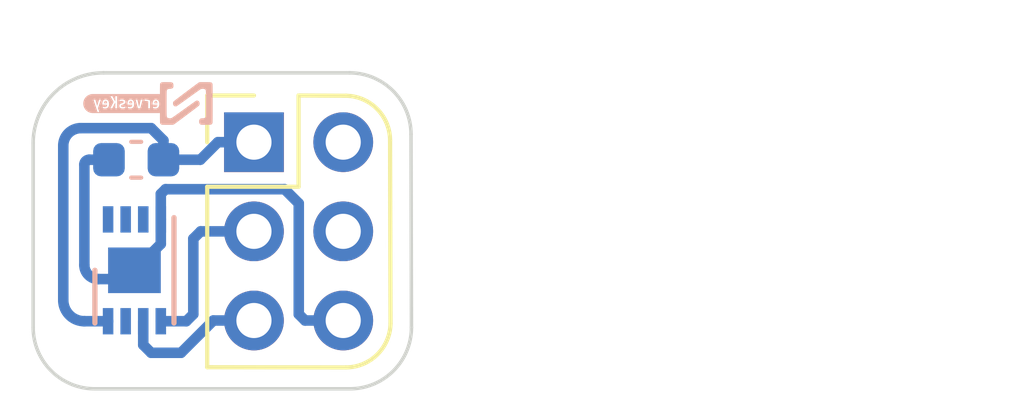
<source format=kicad_pcb>
(kicad_pcb (version 20221018) (generator pcbnew)
  (layers (0 "F.Cu" signal) (31 "B.Cu" signal) (34 "B.Paste" user) (35 "F.Paste" user) (36 "B.SilkS" user "B.Silkscreen") (37 "F.SilkS" user "F.Silkscreen") (38 "B.Mask" user) (39 "F.Mask" user) (44 "Edge.Cuts" user))
  (net 0 "")
  (net 1 "VCC")
  (net 2 "GND")
  (net 4 "/I2C_SDA")
  (net 6 "Net-(J1-SCL{slash}GPIO3)")
  (footprint "Connector_PinHeader_2.54mm:PinHeader_2x03_P2.54mm_Vertical" (layer "F.Cu") (at 68.58 38.1)
    (fp_text reference "J1" hide)
    (fp_text value "Raspberry_Pi_2_3" hide)
    (fp_line (start -1.33 -1.33) (end 0 -1.33) (stroke (width 0.12)) (layer "F.SilkS"))
    (fp_line (start -1.33 0) (end -1.33 -1.33) (stroke (width 0.12)) (layer "F.SilkS"))
    (fp_line (start -1.33 1.27) (end -1.33 6.41) (stroke (width 0.12)) (layer "F.SilkS"))
    (fp_line (start -1.33 1.27) (end 1.27 1.27) (stroke (width 0.12)) (layer "F.SilkS"))
    (fp_line (start -1.33 6.41) (end 2.613533 6.416051) (stroke (width 0.12)) (layer "F.SilkS"))
    (fp_line (start 1.27 -1.33) (end 2.619138 -1.322648) (stroke (width 0.12)) (layer "F.SilkS"))
    (fp_line (start 1.27 1.27) (end 1.27 -1.33) (stroke (width 0.12)) (layer "F.SilkS"))
    (fp_line (start 3.872792 -0.049999) (end 3.886182 5.162397) (stroke (width 0.12)) (layer "F.SilkS"))
    (fp_arc (start 2.619138 -1.322648) (mid 3.506741 -0.943207) (end 3.872792 -0.049999) (stroke (width 0.12)) (layer "F.SilkS"))
    (fp_arc (start 3.886182 5.162397) (mid 3.506742 6.050002) (end 2.613533 6.416051) (stroke (width 0.12)) (layer "F.SilkS"))
    (pad "1" thru_hole rect (at 0 0) (size 1.7 1.7) (drill 1) (layers "*.Cu" "*.Mask") (net 1 "VCC"))
    (pad "2" thru_hole oval (at 2.54 0) (size 1.7 1.7) (drill 1) (layers "*.Cu" "*.Mask"))
    (pad "3" thru_hole oval (at 0 2.54) (size 1.7 1.7) (drill 1) (layers "*.Cu" "*.Mask") (net 4 "/I2C_SDA"))
    (pad "4" thru_hole oval (at 2.54 2.54) (size 1.7 1.7) (drill 1) (layers "*.Cu" "*.Mask"))
    (pad "5" thru_hole oval (at 0 5.08) (size 1.7 1.7) (drill 1) (layers "*.Cu" "*.Mask") (net 6 "Net-(J1-SCL{slash}GPIO3)"))
    (pad "6" thru_hole oval (at 2.54 5.08) (size 1.7 1.7) (drill 1) (layers "*.Cu" "*.Mask") (net 2 "GND"))
  )
  (footprint "Package_DFN_QFN:DFN-8-1EP_3x2mm_P0.5mm_EP1.3x1.5mm" (layer "B.Cu") (at 65.18 41.75 -90)
    (fp_text reference "U1" hide)
    (fp_text value "ATECC608A-MAHDA-S" hide)
    (fp_line (start -1.5 -1.125) (end 1.5 -1.125) (stroke (width 0.15)) (layer "B.SilkS"))
    (fp_line (start 0 1.125) (end 1.5 1.125) (stroke (width 0.15)) (layer "B.SilkS"))
    (pad "1" smd rect (at -1.45 0.75 270) (size 0.75 0.3) (layers "B.Cu" "B.Paste" "B.Mask"))
    (pad "2" smd rect (at -1.45 0.25 270) (size 0.75 0.3) (layers "B.Cu" "B.Paste" "B.Mask"))
    (pad "3" smd rect (at -1.45 -0.25 270) (size 0.75 0.3) (layers "B.Cu" "B.Paste" "B.Mask"))
    (pad "4" smd rect (at -1.45 -0.75 270) (size 0.75 0.3) (layers "B.Cu" "B.Paste" "B.Mask") (net 2 "GND"))
    (pad "5" smd rect (at 1.45 -0.75 270) (size 0.75 0.3) (layers "B.Cu" "B.Paste" "B.Mask") (net 4 "/I2C_SDA"))
    (pad "6" smd rect (at 1.45 -0.25 270) (size 0.75 0.3) (layers "B.Cu" "B.Paste" "B.Mask") (net 6 "Net-(J1-SCL{slash}GPIO3)"))
    (pad "7" smd rect (at 1.45 0.25 270) (size 0.75 0.3) (layers "B.Cu" "B.Paste" "B.Mask"))
    (pad "8" smd rect (at 1.45 0.75 270) (size 0.75 0.3) (layers "B.Cu" "B.Paste" "B.Mask") (net 1 "VCC"))
    (pad "9" smd rect (at 0 0 270) (size 1.3 1.5) (layers "B.Cu" "B.Mask") (net 2 "GND"))
  )
  (footprint "kibuzzard-64A6D6EE" (layer "B.Cu") (at 64.815 37 180)
    (fp_text reference "kibuzzard-64A6D6EE" hide)
    (fp_text value "G***" hide)
    (fp_poly (pts (xy -1.016496 0.006548) (xy -0.931724 0.006548) (xy -0.934581 0.039945) (xy -0.942201 0.062032) (xy -0.972205 0.078462) (xy -0.990898 0.074533) (xy -1.004114 0.062746) (xy -1.012448 0.040838) (xy -1.016496 0.006548)) (fill solid) (layer "B.SilkS"))
    (fp_poly (pts (xy -0.302121 0.006548) (xy -0.217349 0.006548) (xy -0.220206 0.039945) (xy -0.227826 0.062032) (xy -0.25783 0.078462) (xy -0.276523 0.074533) (xy -0.289739 0.062746) (xy -0.298073 0.040838) (xy -0.302121 0.006548)) (fill solid) (layer "B.SilkS"))
    (fp_poly (pts (xy 0.412254 0.006548) (xy 0.497026 0.006548) (xy 0.494169 0.039945) (xy 0.486549 0.062032) (xy 0.456545 0.078462) (xy 0.437852 0.074533) (xy 0.424636 0.062746) (xy 0.416302 0.040838) (xy 0.412254 0.006548)) (fill solid) (layer "B.SilkS"))
    (fp_poly (pts (xy -1.070789 0.270867) (xy -1.090632 0.270867) (xy -1.090632 -0.270867) (xy -1.070789 -0.270867) (xy -0.961251 -0.270867) (xy -0.961251 -0.141089) (xy -0.990312 -0.138465) (xy -1.014902 -0.130592) (xy -1.035021 -0.117471) (xy -1.050669 -0.099101) (xy -1.061847 -0.075483) (xy -1.068553 -0.046617) (xy -1.070789 -0.012502) (xy -1.06801 0.026789) (xy -1.059676 0.058936) (xy -1.045785 0.083939) (xy -1.026339 0.101798) (xy -1.001335 0.112514) (xy -0.970776 0.116086) (xy -0.942889 0.112726) (xy -0.920188 0.102645) (xy -0.902672 0.085844) (xy -0.890237 0.061582) (xy -0.882776 0.029117) (xy -0.880289 -0.011549) (xy -0.881241 -0.030599) (xy -1.016496 -0.030599) (xy -1.01096 -0.063996) (xy -0.999113 -0.086082) (xy -0.980599 -0.098405) (xy -0.95506 -0.102513) (xy -0.92577 -0.099298) (xy -0.893147 -0.089654) (xy -0.893147 -0.129183) (xy -0.928033 -0.138112) (xy -0.961251 -0.141089) (xy -0.961251 -0.270867) (xy -0.756464 -0.270867) (xy -0.756464 -0.136327) (xy -0.808851 -0.136327) (xy -0.808851 0.091321) (xy -0.778485 0.100236) (xy -0.747586 0.107171) (xy -0.716154 0.112124) (xy -0.684188 0.115095) (xy -0.651689 0.116086) (xy -0.651689 0.076557) (xy -0.688148 0.075023) (xy -0.723232 0.070419) (xy -0.75694 0.062746) (xy -0.756464 -0.136327) (xy -0.756464 -0.270867) (xy -0.464522 -0.270867) (xy -0.464522 -0.136327) (xy -0.531197 -0.136327) (xy -0.597872 0.111323) (xy -0.54358 0.111323) (xy -0.497384 -0.098227) (xy -0.496431 -0.098227) (xy -0.450235 0.111323) (xy -0.397847 0.111323) (xy -0.464522 -0.136327) (xy -0.464522 -0.270867) (xy -0.246876 -0.270867) (xy -0.246876 -0.141089) (xy -0.275937 -0.138465) (xy -0.300527 -0.130592) (xy -0.320646 -0.117471) (xy -0.336294 -0.099101) (xy -0.347472 -0.075483) (xy -0.354178 -0.046617) (xy -0.356414 -0.012502) (xy -0.353635 0.026789) (xy -0.345301 0.058936) (xy -0.33141 0.083939) (xy -0.311964 0.101798) (xy -0.28696 0.112514) (xy -0.256401 0.116086) (xy -0.228514 0.112726) (xy -0.205813 0.102645) (xy -0.188297 0.085844) (xy -0.175862 0.061582) (xy -0.168401 0.029117) (xy -0.165914 -0.011549) (xy -0.166866 -0.030599) (xy -0.302121 -0.030599) (xy -0.296585 -0.063996) (xy -0.284738 -0.086082) (xy -0.266224 -0.098405) (xy -0.240685 -0.102513) (xy -0.211395 -0.099298) (xy -0.178772 -0.089654) (xy -0.178772 -0.129183) (xy -0.213658 -0.138112) (xy -0.246876 -0.141089) (xy -0.246876 -0.270867) (xy -0.024467 -0.270867) (xy -0.024467 -0.141089) (xy -0.053677 -0.139396) (xy -0.080982 -0.134316) (xy -0.106382 -0.125849) (xy -0.106382 -0.083939) (xy -0.068401 -0.097869) (xy -0.032564 -0.102513) (xy 0.003631 -0.094655) (xy 0.014585 -0.069652) (xy 0.006013 -0.045839) (xy -0.02542 -0.031552) (xy -0.064115 -0.018395) (xy -0.089714 -0.001786) (xy -0.104001 0.019586) (xy -0.108764 0.04703) (xy -0.103168 0.076498) (xy -0.08638 0.098227) (xy -0.058519 0.111621) (xy -0.019705 0.116086) (xy 0.008129 0.114922) (xy 0.034482 0.111429) (xy 0.059353 0.105608) (xy 0.059353 0.06608) (xy 0.021253 0.075009) (xy -0.014942 0.077986) (xy -0.046018 0.070247) (xy -0.056376 0.04703) (xy -0.048042 0.025598) (xy -0.019705 0.012263) (xy 0.022741 -0.001072) (xy 0.049113 -0.017264) (xy 0.062865 -0.039172) (xy 0.067449 -0.069652) (xy 0.061436 -0.100012) (xy 0.043398 -0.122515) (xy 0.014407 -0.136446) (xy -0.024467 -0.141089) (xy -0.024467 -0.270867) (xy 0.18032 -0.270867) (xy 0.18032 -0.136327) (xy 0.12698 -0.136327) (xy 0.12698 0.211336) (xy 0.18032 0.211336) (xy 0.18032 0.058936) (xy 0.181273 0.058936) (xy 0.262711 0.211336) (xy 0.319861 0.211336) (xy 0.228898 0.045601) (xy 0.322243 -0.136327) (xy 0.264616 -0.136327) (xy 0.181273 0.030361) (xy 0.18032 0.030361) (xy 0.18032 -0.136327) (xy 0.18032 -0.270867) (xy 0.467499 -0.270867) (xy 0.467499 -0.141089) (xy 0.434029 -0.137517) (xy 0.406645 -0.126802) (xy 0.385346 -0.108942) (xy 0.370132 -0.083939) (xy 0.361004 -0.051792) (xy 0.357961 -0.012502) (xy 0.36074 0.026789) (xy 0.369074 0.058936) (xy 0.382965 0.083939) (xy 0.402411 0.101798) (xy 0.427415 0.112514) (xy 0.457974 0.116086) (xy 0.485861 0.112726) (xy 0.508562 0.102645) (xy 0.526078 0.085844) (xy 0.538513 0.061582) (xy 0.545974 0.029117) (xy 0.548461 -0.011549) (xy 0.547509 -0.030599) (xy 0.412254 -0.030599) (xy 0.41779 -0.063996) (xy 0.429637 -0.086082) (xy 0.448151 -0.098405) (xy 0.47369 -0.102513) (xy 0.50298 -0.099298) (xy 0.535603 -0.089654) (xy 0.535603 -0.129183) (xy 0.500717 -0.138112) (xy 0.467499 -0.141089) (xy 0.467499 -0.270867) (xy 0.686098 -0.270867) (xy 0.686098 -0.241102) (xy 0.63371 -0.241102) (xy 0.672763 -0.131564) (xy 0.590371 0.111323) (xy 0.642283 0.111323) (xy 0.695146 -0.069652) (xy 0.696099 -0.069652) (xy 0.745629 0.111323) (xy 0.799921 0.111323) (xy 0.686098 -0.241102) (xy 0.686098 -0.270867) (xy 0.799921 -0.270867) (xy 0.819765 -0.270867) (xy 0.846315 -0.269563) (xy 0.872609 -0.265663) (xy 0.898394 -0.259204) (xy 0.923422 -0.250249) (xy 0.947451 -0.238884) (xy 0.970251 -0.225218) (xy 0.991601 -0.209383) (xy 1.011297 -0.191532) (xy 1.029148 -0.171836) (xy 1.044983 -0.150486) (xy 1.058649 -0.127686) (xy 1.070014 -0.103656) (xy 1.078969 -0.078629) (xy 1.085428 -0.052844) (xy 1.089328 -0.02655) (xy 1.090632 0) (xy 1.089328 0.02655) (xy 1.085428 0.052844) (xy 1.078969 0.078629) (xy 1.070014 0.103656) (xy 1.058649 0.127686) (xy 1.044983 0.150486) (xy 1.029148 0.171836) (xy 1.011297 0.191532) (xy 0.991601 0.209383) (xy 0.970251 0.225218) (xy 0.947451 0.238884) (xy 0.923422 0.250249) (xy 0.898394 0.259204) (xy 0.872609 0.265663) (xy 0.846315 0.269563) (xy 0.819765 0.270867) (xy 0.799921 0.270867) (xy -1.070789 0.270867)) (fill solid) (layer "B.SilkS"))
  )
  (footprint "Capacitor_SMD:C_0603_1608Metric" (layer "B.Cu") (at 65.23 38.6 180)
    (fp_text reference "C1" hide)
    (fp_text value "C_0402_100nf_X7R" hide)
    (fp_line (start -0.14058 -0.51) (end 0.14058 -0.51) (stroke (width 0.12)) (layer "B.SilkS"))
    (fp_line (start -0.14058 0.51) (end 0.14058 0.51) (stroke (width 0.12)) (layer "B.SilkS"))
    (pad "1" smd roundrect (at -0.775 0 180) (size 0.9 0.95) (layers "B.Cu" "B.Paste" "B.Mask") (net 1 "VCC"))
    (pad "2" smd roundrect (at 0.775 0 180) (size 0.9 0.95) (layers "B.Cu" "B.Paste" "B.Mask") (net 2 "GND"))
  )
  (footprint "LOGO" (layer "B.Cu") (at 66.655 37)
    (fp_text reference "G***" hide)
    (fp_text value "LOGO" hide)
    (fp_poly (pts (xy 0.598531 0.605056) (xy 0.631184 0.604881) (xy 0.656277 0.6045) (xy 0.675035 0.603834) (xy 0.688677 0.602806) (xy 0.698427 0.601338) (xy 0.705505 0.599353) (xy 0.711134 0.596773) (xy 0.713936 0.595145) (xy 0.728075 0.583629) (xy 0.739831 0.56946) (xy 0.740173 0.568908) (xy 0.741719 0.566187) (xy 0.743097 0.563008) (xy 0.744314 0.558807) (xy 0.745382 0.55302) (xy 0.74631 0.545082) (xy 0.747108 0.534429) (xy 0.747786 0.520496) (xy 0.748353 0.50272) (xy 0.74882 0.480536) (xy 0.749196 0.453379) (xy 0.74949 0.420685) (xy 0.749714 0.38189) (xy 0.749876 0.336429) (xy 0.749987 0.283738) (xy 0.750056 0.223253) (xy 0.750093 0.154409) (xy 0.750108 0.076642) (xy 0.75011 -0.0025) (xy 0.750107 -0.088893) (xy 0.750091 -0.165848) (xy 0.750051 -0.23393) (xy 0.749979 -0.293704) (xy 0.749864 -0.345732) (xy 0.749697 -0.390581) (xy 0.749467 -0.428814) (xy 0.749166 -0.460995) (xy 0.748782 -0.48769) (xy 0.748307 -0.509462) (xy 0.747731 -0.526875) (xy 0.747043 -0.540495) (xy 0.746234 -0.550885) (xy 0.745293 -0.55861) (xy 0.744213 -0.564234) (xy 0.742981 -0.568322) (xy 0.74159 -0.571438) (xy 0.740173 -0.573908) (xy 0.728657 -0.588047) (xy 0.714488 -0.599802) (xy 0.713936 -0.600145) (xy 0.708969 -0.602876) (xy 0.703254 -0.605057) (xy 0.695675 -0.606748) (xy 0.685118 -0.608013) (xy 0.670465 -0.608913) (xy 0.650602 -0.609509) (xy 0.624413 -0.609864) (xy 0.590782 -0.61004) (xy 0.548594 -0.610097) (xy 0.534358 -0.610101) (xy 0.371078 -0.61012) (xy 0.346821 -0.593736) (xy 0.33182 -0.583296) (xy 0.310501 -0.568005) (xy 0.283561 -0.548393) (xy 0.251701 -0.524984) (xy 0.215618 -0.498307) (xy 0.176011 -0.468888) (xy 0.133579 -0.437254) (xy 0.089021 -0.403932) (xy 0.043035 -0.369449) (xy -0.003679 -0.334331) (xy -0.050423 -0.299106) (xy -0.096499 -0.264301) (xy -0.141207 -0.230442) (xy -0.183848 -0.198056) (xy -0.223725 -0.16767) (xy -0.260138 -0.139811) (xy -0.292388 -0.115007) (xy -0.319777 -0.093783) (xy -0.341606 -0.076667) (xy -0.357176 -0.064186) (xy -0.365789 -0.056866) (xy -0.367293 -0.055259) (xy -0.376117 -0.029179) (xy -0.378363 -0.001155) (xy -0.374374 0.026076) (xy -0.36449 0.049772) (xy -0.352374 0.064514) (xy -0.330083 0.078412) (xy -0.305535 0.084115) (xy -0.283234 0.081501) (xy -0.276811 0.077863) (xy -0.262943 0.068789) (xy -0.242271 0.05473) (xy -0.215434 0.036136) (xy -0.183072 0.013459) (xy -0.145827 -0.01285) (xy -0.104338 -0.04234) (xy -0.059245 -0.074559) (xy -0.011189 -0.109056) (xy 0.03919 -0.145379) (xy 0.060012 -0.160437) (xy 0.11135 -0.197539) (xy 0.160761 -0.233135) (xy 0.207586 -0.26676) (xy 0.251169 -0.297946) (xy 0.290853 -0.326227) (xy 0.32598 -0.351135) (xy 0.355894 -0.372205) (xy 0.379937 -0.38897) (xy 0.397452 -0.400962) (xy 0.407783 -0.407716) (xy 0.409678 -0.408807) (xy 0.435012 -0.417288) (xy 0.46473 -0.420499) (xy 0.494692 -0.418396) (xy 0.520754 -0.410936) (xy 0.522784 -0.409993) (xy 0.529691 -0.406806) (xy 0.535707 -0.403937) (xy 0.54089 -0.400712) (xy 0.545299 -0.39646) (xy 0.548993 -0.390509) (xy 0.552031 -0.382185) (xy 0.554471 -0.370817) (xy 0.556372 -0.355734) (xy 0.557793 -0.336262) (xy 0.558792 -0.311729) (xy 0.559429 -0.281464) (xy 0.559762 -0.244794) (xy 0.559849 -0.201047) (xy 0.55975 -0.149551) (xy 0.559522 -0.089634) (xy 0.559226 -0.020623) (xy 0.559116 0.005925) (xy 0.55761 0.379422) (xy 0.542891 0.394783) (xy 0.52857 0.406568) (xy 0.511047 0.414302) (xy 0.488202 0.418591) (xy 0.457915 0.420043) (xy 0.454579 0.420055) (xy 0.432882 0.420663) (xy 0.417834 0.422904) (xy 0.406126 0.427463) (xy 0.399568 0.431435) (xy 0.382147 0.447193) (xy 0.371123 0.467688) (xy 0.365813 0.494533) (xy 0.36508 0.512679) (xy 0.367604 0.543619) (xy 0.375675 0.567476) (xy 0.390016 0.585929) (xy 0.400076 0.593867) (xy 0.405198 0.597163) (xy 0.410587 0.599742) (xy 0.417466 0.601694) (xy 0.427055 0.603104) (xy 0.440575 0.604061) (xy 0.459247 0.604652) (xy 0.484292 0.604964) (xy 0.516932 0.605084) (xy 0.557099 0.605101)) (fill solid) (layer "B.SilkS"))
    (fp_poly (pts (xy -0.487013 0.605092) (xy -0.450868 0.605009) (xy -0.422511 0.604782) (xy -0.400834 0.60434) (xy -0.384731 0.603614) (xy -0.373095 0.602533) (xy -0.364817 0.601029) (xy -0.358792 0.59903) (xy -0.353912 0.596467) (xy -0.349516 0.593575) (xy -0.337429 0.585071) (xy -0.31863 0.571486) (xy -0.293842 0.55336) (xy -0.263786 0.531233) (xy -0.229182 0.505645) (xy -0.190753 0.477138) (xy -0.149219 0.446252) (xy -0.105303 0.413526) (xy -0.059725 0.379501) (xy -0.013206 0.344718) (xy 0.033532 0.309718) (xy 0.079767 0.275039) (xy 0.124778 0.241223) (xy 0.167845 0.208811) (xy 0.208245 0.178342) (xy 0.245258 0.150356) (xy 0.278161 0.125396) (xy 0.306234 0.103999) (xy 0.328755 0.086708) (xy 0.345004 0.074062) (xy 0.354257 0.066602) (xy 0.355921 0.065109) (xy 0.371648 0.042587) (xy 0.378864 0.015765) (xy 0.377694 -0.015955) (xy 0.375414 -0.027939) (xy 0.365566 -0.052654) (xy 0.349415 -0.071408) (xy 0.328695 -0.083144) (xy 0.30514 -0.086801) (xy 0.285087 -0.083087) (xy 0.278204 -0.079204) (xy 0.263874 -0.069885) (xy 0.242739 -0.055582) (xy 0.215438 -0.036743) (xy 0.182612 -0.01382) (xy 0.144903 0.012738) (xy 0.102949 0.04248) (xy 0.057392 0.074956) (xy 0.008873 0.109716) (xy -0.041969 0.146309) (xy -0.068123 0.165198) (xy -0.119921 0.202561) (xy -0.169745 0.238329) (xy -0.21695 0.272049) (xy -0.260895 0.303269) (xy -0.300934 0.331539) (xy -0.336425 0.356405) (xy -0.366723 0.377417) (xy -0.391187 0.394122) (xy -0.409171 0.406069) (xy -0.420033 0.412805) (xy -0.422583 0.414075) (xy -0.443801 0.418535) (xy -0.468947 0.419378) (xy -0.494475 0.41691) (xy -0.516836 0.411438) (xy -0.530599 0.404728) (xy -0.53605 0.400871) (xy -0.540785 0.397135) (xy -0.544854 0.392828) (xy -0.548309 0.387258) (xy -0.551199 0.379734) (xy -0.553574 0.369562) (xy -0.555485 0.356051) (xy -0.556983 0.338509) (xy -0.558117 0.316244) (xy -0.558938 0.288565) (xy -0.559496 0.254778) (xy -0.559841 0.214193) (xy -0.560024 0.166116) (xy -0.560096 0.109857) (xy -0.560105 0.044723) (xy -0.560102 -0.001089) (xy -0.560087 -0.07025) (xy -0.560035 -0.130118) (xy -0.559928 -0.181399) (xy -0.559751 -0.224802) (xy -0.559487 -0.261035) (xy -0.55912 -0.290806) (xy -0.558633 -0.314822) (xy -0.558011 -0.333793) (xy -0.557236 -0.348425) (xy -0.556293 -0.359427) (xy -0.555165 -0.367507) (xy -0.553835 -0.373372) (xy -0.552288 -0.377731) (xy -0.551351 -0.379719) (xy -0.541853 -0.395212) (xy -0.530506 -0.406064) (xy -0.515313 -0.413188) (xy -0.494279 -0.417499) (xy -0.465406 -0.41991) (xy -0.463313 -0.420017) (xy -0.434109 -0.422241) (xy -0.412769 -0.426101) (xy -0.397186 -0.432468) (xy -0.385252 -0.442211) (xy -0.374857 -0.4562) (xy -0.374599 -0.456611) (xy -0.369667 -0.46614) (xy -0.366839 -0.477014) (xy -0.365733 -0.491975) (xy -0.365966 -0.513764) (xy -0.366086 -0.517602) (xy -0.367297 -0.54102) (xy -0.369459 -0.557163) (xy -0.373139 -0.568749) (xy -0.378726 -0.578247) (xy -0.385496 -0.587105) (xy -0.392566 -0.594152) (xy -0.401114 -0.599596) (xy -0.412316 -0.603641) (xy -0.42735 -0.606494) (xy -0.447393 -0.60836) (xy -0.473623 -0.609446) (xy -0.507217 -0.609957) (xy -0.549352 -0.610099) (xy -0.560866 -0.610101) (xy -0.601696 -0.610054) (xy -0.633766 -0.609871) (xy -0.65832 -0.609471) (xy -0.676599 -0.608774) (xy -0.689845 -0.607699) (xy -0.699302 -0.606164) (xy -0.706211 -0.60409) (xy -0.711815 -0.601395) (xy -0.713936 -0.600145) (xy -0.728075 -0.588629) (xy -0.73983 -0.57446) (xy -0.740173 -0.573908) (xy -0.741719 -0.571187) (xy -0.743096 -0.568008) (xy -0.744314 -0.563807) (xy -0.745382 -0.55802) (xy -0.74631 -0.550082) (xy -0.747108 -0.539429) (xy -0.747786 -0.525497) (xy -0.748353 -0.50772) (xy -0.748819 -0.485536) (xy -0.749195 -0.458379) (xy -0.74949 -0.425685) (xy -0.749714 -0.38689) (xy -0.749876 -0.341429) (xy -0.749987 -0.288739) (xy -0.750056 -0.228253) (xy -0.750093 -0.15941) (xy -0.750107 -0.081643) (xy -0.75011 -0.0025) (xy -0.750107 0.083893) (xy -0.75009 0.160848) (xy -0.750051 0.22893) (xy -0.749979 0.288703) (xy -0.749864 0.340732) (xy -0.749696 0.385581) (xy -0.749467 0.423814) (xy -0.749165 0.455995) (xy -0.748782 0.48269) (xy -0.748307 0.504461) (xy -0.74773 0.521875) (xy -0.747042 0.535495) (xy -0.746233 0.545885) (xy -0.745293 0.55361) (xy -0.744212 0.559234) (xy -0.742981 0.563322) (xy -0.741589 0.566438) (xy -0.740173 0.568908) (xy -0.728657 0.583047) (xy -0.714488 0.594802) (xy -0.713936 0.595145) (xy -0.709004 0.597858) (xy -0.703328 0.600029) (xy -0.695803 0.601717) (xy -0.685322 0.602982) (xy -0.67078 0.603886) (xy -0.651069 0.604489) (xy -0.625083 0.604851) (xy -0.591716 0.605033) (xy -0.549862 0.605096) (xy -0.532052 0.605101)) (fill solid) (layer "B.SilkS"))
  )
  (gr_line (start 64.298718 36.125) (end 71.298718 36.125) (stroke (width 0.1)) (layer "Edge.Cuts"))
  (gr_line (start 64.048718 45.125) (end 71.311281 45.125) (stroke (width 0.1)) (layer "Edge.Cuts"))
  (gr_line (start 62.298718 43.375) (end 62.298718 38.125) (stroke (width 0.1)) (layer "Edge.Cuts"))
  (gr_line (start 73.048718 37.875) (end 73.061281 43.375) (stroke (width 0.1)) (layer "Edge.Cuts"))
  (gr_arc (start 73.061281 43.375) (mid 72.548716 44.612424) (end 71.311281 45.125) (stroke (width 0.1)) (layer "Edge.Cuts"))
  (gr_arc (start 71.298718 36.125) (mid 72.536155 36.637563) (end 73.048718 37.875) (stroke (width 0.1)) (layer "Edge.Cuts"))
  (gr_arc (start 62.298718 38.125) (mid 62.884504 36.710786) (end 64.298718 36.125) (stroke (width 0.1)) (layer "Edge.Cuts"))
  (gr_arc (start 64.048718 45.125) (mid 62.811281 44.612437) (end 62.298718 43.375) (stroke (width 0.1)) (layer "Edge.Cuts"))
  (segment (start 68.58 38.1) (end 67.555 38.1) (width 0.3) (layer "B.Cu") (net 1))
  (segment (start 63.155 38.2) (end 63.155 42.6) (width 0.3) (layer "B.Cu") (net 1))
  (segment (start 67.055 38.6) (end 66.005 38.6) (width 0.3) (layer "B.Cu") (net 1))
  (segment (start 66.005 38.05) (end 65.655 37.7) (width 0.3) (layer "B.Cu") (net 1))
  (segment (start 66.005 38.6) (end 66.005 38.05) (width 0.3) (layer "B.Cu") (net 1))
  (segment (start 65.655 37.7) (end 63.655 37.7) (width 0.3) (layer "B.Cu") (net 1))
  (segment (start 67.555 38.1) (end 67.055 38.6) (width 0.3) (layer "B.Cu") (net 1))
  (segment (start 63.755 43.2) (end 64.43 43.2) (width 0.3) (layer "B.Cu") (net 1))
  (segment (start 66.055 38.404195) (end 66.055 38.55) (width 0.3) (layer "B.Cu") (net 1))
  (arc (start 63.655 37.7) (mid 63.301447 37.846447) (end 63.155 38.2) (width 0.3) (layer "B.Cu") (net 1))
  (arc (start 63.155 42.6) (mid 63.330736 43.024264) (end 63.755 43.2) (width 0.3) (layer "B.Cu") (net 1))
  (arc (start 66.055 38.55) (mid 66.040355 38.585355) (end 66.005 38.6) (width 0.3) (layer "B.Cu") (net 1))
  (segment (start 69.855 39.843607) (end 69.855 43) (width 0.3) (layer "B.Cu") (net 2))
  (segment (start 65.93 40.3) (end 65.93 39.575) (width 0.3) (layer "B.Cu") (net 2))
  (segment (start 63.755 38.739006) (end 63.755 41.6) (width 0.3) (layer "B.Cu") (net 2))
  (segment (start 65.93 39.575) (end 66.065 39.44) (width 0.3) (layer "B.Cu") (net 2))
  (segment (start 69.855 43) (end 70.035 43.18) (width 0.3) (layer "B.Cu") (net 2))
  (segment (start 65.18 41.75) (end 65.93 41) (width 0.3) (layer "B.Cu") (net 2))
  (segment (start 70.035 43.18) (end 71.12 43.18) (width 0.3) (layer "B.Cu") (net 2))
  (segment (start 69.451393 39.44) (end 69.855 39.843607) (width 0.3) (layer "B.Cu") (net 2))
  (segment (start 64.155 42) (end 64.93 42) (width 0.3) (layer "B.Cu") (net 2))
  (segment (start 65.93 41) (end 65.93 40.3) (width 0.3) (layer "B.Cu") (net 2))
  (segment (start 64.455 38.6) (end 63.894006 38.6) (width 0.3) (layer "B.Cu") (net 2))
  (segment (start 66.065 39.44) (end 69.451393 39.44) (width 0.3) (layer "B.Cu") (net 2))
  (arc (start 63.755 41.6) (mid 63.872157 41.882843) (end 64.155 42) (width 0.3) (layer "B.Cu") (net 2))
  (arc (start 63.894006 38.6) (mid 63.795714 38.640714) (end 63.755 38.739006) (width 0.3) (layer "B.Cu") (net 2))
  (arc (start 64.93 42) (mid 65.106777 41.926777) (end 65.18 41.75) (width 0.3) (layer "B.Cu") (net 2))
  (segment (start 66.655 43.2) (end 66.855 43) (width 0.3) (layer "B.Cu") (net 4))
  (segment (start 66.855 43) (end 66.855 40.85) (width 0.3) (layer "B.Cu") (net 4))
  (segment (start 65.93 43.2) (end 66.655 43.2) (width 0.3) (layer "B.Cu") (net 4))
  (segment (start 66.855 40.85) (end 67.065 40.64) (width 0.3) (layer "B.Cu") (net 4))
  (segment (start 67.065 40.64) (end 68.58 40.64) (width 0.3) (layer "B.Cu") (net 4))
  (segment (start 67.425 43.18) (end 66.505 44.1) (width 0.3) (layer "B.Cu") (net 6))
  (segment (start 68.58 43.18) (end 67.425 43.18) (width 0.3) (layer "B.Cu") (net 6))
  (segment (start 66.505 44.1) (end 65.655 44.1) (width 0.3) (layer "B.Cu") (net 6))
  (segment (start 65.655 44.1) (end 65.43 43.875) (width 0.3) (layer "B.Cu") (net 6))
  (segment (start 65.43 43.875) (end 65.43 43.2) (width 0.3) (layer "B.Cu") (net 6))
)
</source>
